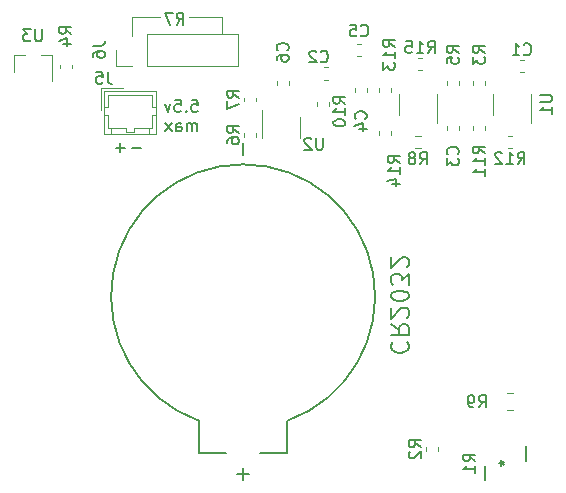
<source format=gbr>
%TF.GenerationSoftware,KiCad,Pcbnew,5.1.8-db9833491~87~ubuntu20.04.1*%
%TF.CreationDate,2020-11-29T21:19:56-07:00*%
%TF.ProjectId,smallcurrent,736d616c-6c63-4757-9272-656e742e6b69,rev?*%
%TF.SameCoordinates,Original*%
%TF.FileFunction,Legend,Bot*%
%TF.FilePolarity,Positive*%
%FSLAX46Y46*%
G04 Gerber Fmt 4.6, Leading zero omitted, Abs format (unit mm)*
G04 Created by KiCad (PCBNEW 5.1.8-db9833491~87~ubuntu20.04.1) date 2020-11-29 21:19:56*
%MOMM*%
%LPD*%
G01*
G04 APERTURE LIST*
%ADD10C,0.120000*%
%ADD11C,0.150000*%
%ADD12C,0.200000*%
%ADD13C,0.152400*%
%ADD14C,0.127000*%
G04 APERTURE END LIST*
D10*
X112600000Y-121000000D02*
X112600000Y-122600000D01*
X115000000Y-121000000D02*
X112600000Y-121000000D01*
X120200000Y-121000000D02*
X117400000Y-121000000D01*
X120200000Y-122400000D02*
X120200000Y-121000000D01*
D11*
X116366666Y-121652380D02*
X116700000Y-121176190D01*
X116938095Y-121652380D02*
X116938095Y-120652380D01*
X116557142Y-120652380D01*
X116461904Y-120700000D01*
X116414285Y-120747619D01*
X116366666Y-120842857D01*
X116366666Y-120985714D01*
X116414285Y-121080952D01*
X116461904Y-121128571D01*
X116557142Y-121176190D01*
X116938095Y-121176190D01*
X116033333Y-120652380D02*
X115366666Y-120652380D01*
X115795238Y-121652380D01*
X113380952Y-132071428D02*
X112619047Y-132071428D01*
X111980952Y-132071428D02*
X111219047Y-132071428D01*
X111600000Y-132452380D02*
X111600000Y-131690476D01*
X117657142Y-128027380D02*
X118133333Y-128027380D01*
X118180952Y-128503571D01*
X118133333Y-128455952D01*
X118038095Y-128408333D01*
X117800000Y-128408333D01*
X117704761Y-128455952D01*
X117657142Y-128503571D01*
X117609523Y-128598809D01*
X117609523Y-128836904D01*
X117657142Y-128932142D01*
X117704761Y-128979761D01*
X117800000Y-129027380D01*
X118038095Y-129027380D01*
X118133333Y-128979761D01*
X118180952Y-128932142D01*
X117180952Y-128932142D02*
X117133333Y-128979761D01*
X117180952Y-129027380D01*
X117228571Y-128979761D01*
X117180952Y-128932142D01*
X117180952Y-129027380D01*
X116228571Y-128027380D02*
X116704761Y-128027380D01*
X116752380Y-128503571D01*
X116704761Y-128455952D01*
X116609523Y-128408333D01*
X116371428Y-128408333D01*
X116276190Y-128455952D01*
X116228571Y-128503571D01*
X116180952Y-128598809D01*
X116180952Y-128836904D01*
X116228571Y-128932142D01*
X116276190Y-128979761D01*
X116371428Y-129027380D01*
X116609523Y-129027380D01*
X116704761Y-128979761D01*
X116752380Y-128932142D01*
X115847619Y-128360714D02*
X115609523Y-129027380D01*
X115371428Y-128360714D01*
X118085714Y-130677380D02*
X118085714Y-130010714D01*
X118085714Y-130105952D02*
X118038095Y-130058333D01*
X117942857Y-130010714D01*
X117800000Y-130010714D01*
X117704761Y-130058333D01*
X117657142Y-130153571D01*
X117657142Y-130677380D01*
X117657142Y-130153571D02*
X117609523Y-130058333D01*
X117514285Y-130010714D01*
X117371428Y-130010714D01*
X117276190Y-130058333D01*
X117228571Y-130153571D01*
X117228571Y-130677380D01*
X116323809Y-130677380D02*
X116323809Y-130153571D01*
X116371428Y-130058333D01*
X116466666Y-130010714D01*
X116657142Y-130010714D01*
X116752380Y-130058333D01*
X116323809Y-130629761D02*
X116419047Y-130677380D01*
X116657142Y-130677380D01*
X116752380Y-130629761D01*
X116800000Y-130534523D01*
X116800000Y-130439285D01*
X116752380Y-130344047D01*
X116657142Y-130296428D01*
X116419047Y-130296428D01*
X116323809Y-130248809D01*
X115942857Y-130677380D02*
X115419047Y-130010714D01*
X115942857Y-130010714D02*
X115419047Y-130677380D01*
D12*
X134664285Y-148542857D02*
X134592857Y-148614285D01*
X134521428Y-148828571D01*
X134521428Y-148971428D01*
X134592857Y-149185714D01*
X134735714Y-149328571D01*
X134878571Y-149400000D01*
X135164285Y-149471428D01*
X135378571Y-149471428D01*
X135664285Y-149400000D01*
X135807142Y-149328571D01*
X135950000Y-149185714D01*
X136021428Y-148971428D01*
X136021428Y-148828571D01*
X135950000Y-148614285D01*
X135878571Y-148542857D01*
X134521428Y-147042857D02*
X135235714Y-147542857D01*
X134521428Y-147900000D02*
X136021428Y-147900000D01*
X136021428Y-147328571D01*
X135950000Y-147185714D01*
X135878571Y-147114285D01*
X135735714Y-147042857D01*
X135521428Y-147042857D01*
X135378571Y-147114285D01*
X135307142Y-147185714D01*
X135235714Y-147328571D01*
X135235714Y-147900000D01*
X135878571Y-146471428D02*
X135950000Y-146400000D01*
X136021428Y-146257142D01*
X136021428Y-145900000D01*
X135950000Y-145757142D01*
X135878571Y-145685714D01*
X135735714Y-145614285D01*
X135592857Y-145614285D01*
X135378571Y-145685714D01*
X134521428Y-146542857D01*
X134521428Y-145614285D01*
X136021428Y-144685714D02*
X136021428Y-144542857D01*
X135950000Y-144400000D01*
X135878571Y-144328571D01*
X135735714Y-144257142D01*
X135450000Y-144185714D01*
X135092857Y-144185714D01*
X134807142Y-144257142D01*
X134664285Y-144328571D01*
X134592857Y-144400000D01*
X134521428Y-144542857D01*
X134521428Y-144685714D01*
X134592857Y-144828571D01*
X134664285Y-144900000D01*
X134807142Y-144971428D01*
X135092857Y-145042857D01*
X135450000Y-145042857D01*
X135735714Y-144971428D01*
X135878571Y-144900000D01*
X135950000Y-144828571D01*
X136021428Y-144685714D01*
X136021428Y-143685714D02*
X136021428Y-142757142D01*
X135450000Y-143257142D01*
X135450000Y-143042857D01*
X135378571Y-142900000D01*
X135307142Y-142828571D01*
X135164285Y-142757142D01*
X134807142Y-142757142D01*
X134664285Y-142828571D01*
X134592857Y-142900000D01*
X134521428Y-143042857D01*
X134521428Y-143471428D01*
X134592857Y-143614285D01*
X134664285Y-143685714D01*
X135878571Y-142185714D02*
X135950000Y-142114285D01*
X136021428Y-141971428D01*
X136021428Y-141614285D01*
X135950000Y-141471428D01*
X135878571Y-141400000D01*
X135735714Y-141328571D01*
X135592857Y-141328571D01*
X135378571Y-141400000D01*
X134521428Y-142257142D01*
X134521428Y-141328571D01*
D13*
%TO.C,R1*%
X145914500Y-157354740D02*
X145914500Y-158594260D01*
X142485500Y-160245260D02*
X142485500Y-159005740D01*
D10*
%TO.C,R8*%
X136562742Y-132122500D02*
X137037258Y-132122500D01*
X136562742Y-131077500D02*
X137037258Y-131077500D01*
D14*
%TO.C,BT1*%
X125750000Y-157890000D02*
X125750000Y-155195000D01*
X118250000Y-157890000D02*
X118250000Y-155195000D01*
X118250000Y-157890000D02*
X120530000Y-157890000D01*
X125750000Y-157890000D02*
X123470000Y-157890000D01*
X122000000Y-131700000D02*
X122000000Y-132700000D01*
X122000000Y-159200000D02*
X122000000Y-160200000D01*
X121500000Y-159700000D02*
X122500000Y-159700000D01*
X118250000Y-155195000D02*
G75*
G02*
X125750000Y-155195000I3750000J10530060D01*
G01*
D10*
%TO.C,U4*%
X135190000Y-129300000D02*
X135190000Y-127500000D01*
X138410000Y-127500000D02*
X138410000Y-129950000D01*
%TO.C,U3*%
X102620000Y-124240000D02*
X103550000Y-124240000D01*
X105780000Y-124240000D02*
X104850000Y-124240000D01*
X105780000Y-124240000D02*
X105780000Y-126400000D01*
X102620000Y-124240000D02*
X102620000Y-125700000D01*
%TO.C,U2*%
X126810000Y-129500000D02*
X126810000Y-131300000D01*
X123590000Y-131300000D02*
X123590000Y-128850000D01*
%TO.C,U1*%
X143190000Y-129300000D02*
X143190000Y-127500000D01*
X146410000Y-127500000D02*
X146410000Y-129950000D01*
%TO.C,R15*%
X136837221Y-125510000D02*
X137162779Y-125510000D01*
X136837221Y-124490000D02*
X137162779Y-124490000D01*
%TO.C,R14*%
X134510000Y-130962779D02*
X134510000Y-130637221D01*
X133490000Y-130962779D02*
X133490000Y-130637221D01*
%TO.C,R13*%
X134510000Y-127362779D02*
X134510000Y-127037221D01*
X133490000Y-127362779D02*
X133490000Y-127037221D01*
%TO.C,R12*%
X144762779Y-131090000D02*
X144437221Y-131090000D01*
X144762779Y-132110000D02*
X144437221Y-132110000D01*
%TO.C,R11*%
X142510000Y-130562779D02*
X142510000Y-130237221D01*
X141490000Y-130562779D02*
X141490000Y-130237221D01*
%TO.C,R10*%
X128290000Y-128237221D02*
X128290000Y-128562779D01*
X129310000Y-128237221D02*
X129310000Y-128562779D01*
%TO.C,R9*%
X144341422Y-154310000D02*
X144858578Y-154310000D01*
X144341422Y-152890000D02*
X144858578Y-152890000D01*
%TO.C,R7*%
X123110000Y-128162779D02*
X123110000Y-127837221D01*
X122090000Y-128162779D02*
X122090000Y-127837221D01*
%TO.C,R6*%
X123110000Y-131162779D02*
X123110000Y-130837221D01*
X122090000Y-131162779D02*
X122090000Y-130837221D01*
%TO.C,R5*%
X140310000Y-126762779D02*
X140310000Y-126437221D01*
X139290000Y-126762779D02*
X139290000Y-126437221D01*
%TO.C,R4*%
X107510000Y-125362779D02*
X107510000Y-125037221D01*
X106490000Y-125362779D02*
X106490000Y-125037221D01*
%TO.C,R3*%
X142510000Y-126762779D02*
X142510000Y-126437221D01*
X141490000Y-126762779D02*
X141490000Y-126437221D01*
%TO.C,R2*%
X138510000Y-157437221D02*
X138510000Y-157762779D01*
X137490000Y-157437221D02*
X137490000Y-157762779D01*
%TO.C,J6*%
X113870000Y-122470000D02*
X113870000Y-125130000D01*
X113870000Y-122470000D02*
X121550000Y-122470000D01*
X121550000Y-122470000D02*
X121550000Y-125130000D01*
X113870000Y-125130000D02*
X121550000Y-125130000D01*
X111270000Y-125130000D02*
X112600000Y-125130000D01*
X111270000Y-123800000D02*
X111270000Y-125130000D01*
%TO.C,J5*%
X112800000Y-130450000D02*
X114000000Y-130450000D01*
X112800000Y-130750000D02*
X112800000Y-130450000D01*
X112050000Y-130750000D02*
X112800000Y-130750000D01*
X112050000Y-130450000D02*
X112050000Y-130750000D01*
X110850000Y-130450000D02*
X112050000Y-130450000D01*
X114000000Y-130450000D02*
X114000000Y-130900000D01*
X114300000Y-130450000D02*
X114000000Y-130450000D01*
X114300000Y-129350000D02*
X114300000Y-130450000D01*
X114600000Y-129350000D02*
X114300000Y-129350000D01*
X110850000Y-130450000D02*
X110850000Y-130900000D01*
X110550000Y-130450000D02*
X110850000Y-130450000D01*
X110550000Y-129350000D02*
X110550000Y-130450000D01*
X110250000Y-129350000D02*
X110550000Y-129350000D01*
X114300000Y-128600000D02*
X114600000Y-128600000D01*
X114300000Y-127600000D02*
X114300000Y-128600000D01*
X110550000Y-127600000D02*
X114300000Y-127600000D01*
X110550000Y-128600000D02*
X110550000Y-127600000D01*
X110250000Y-128600000D02*
X110550000Y-128600000D01*
X109940000Y-126990000D02*
X111850000Y-126990000D01*
X109940000Y-128900000D02*
X109940000Y-126990000D01*
X114600000Y-130900000D02*
X110250000Y-130900000D01*
X114600000Y-127300000D02*
X114600000Y-130900000D01*
X110250000Y-127300000D02*
X114600000Y-127300000D01*
X110250000Y-130900000D02*
X110250000Y-127300000D01*
%TO.C,C6*%
X125910000Y-126762779D02*
X125910000Y-126437221D01*
X124890000Y-126762779D02*
X124890000Y-126437221D01*
%TO.C,C5*%
X131637221Y-124310000D02*
X131962779Y-124310000D01*
X131637221Y-123290000D02*
X131962779Y-123290000D01*
%TO.C,C4*%
X131490000Y-127037221D02*
X131490000Y-127362779D01*
X132510000Y-127037221D02*
X132510000Y-127362779D01*
%TO.C,C3*%
X139290000Y-130237221D02*
X139290000Y-130562779D01*
X140310000Y-130237221D02*
X140310000Y-130562779D01*
%TO.C,C2*%
X128837221Y-126310000D02*
X129162779Y-126310000D01*
X128837221Y-125290000D02*
X129162779Y-125290000D01*
%TO.C,C1*%
X145437221Y-125710000D02*
X145762779Y-125710000D01*
X145437221Y-124690000D02*
X145762779Y-124690000D01*
%TO.C,R1*%
D11*
X141652380Y-158633333D02*
X141176190Y-158300000D01*
X141652380Y-158061904D02*
X140652380Y-158061904D01*
X140652380Y-158442857D01*
X140700000Y-158538095D01*
X140747619Y-158585714D01*
X140842857Y-158633333D01*
X140985714Y-158633333D01*
X141080952Y-158585714D01*
X141128571Y-158538095D01*
X141176190Y-158442857D01*
X141176190Y-158061904D01*
X141652380Y-159585714D02*
X141652380Y-159014285D01*
X141652380Y-159300000D02*
X140652380Y-159300000D01*
X140795238Y-159204761D01*
X140890476Y-159109523D01*
X140938095Y-159014285D01*
X143652380Y-158800000D02*
X143890476Y-158800000D01*
X143795238Y-158561904D02*
X143890476Y-158800000D01*
X143795238Y-159038095D01*
X144080952Y-158657142D02*
X143890476Y-158800000D01*
X144080952Y-158942857D01*
%TO.C,R8*%
X136966666Y-133482380D02*
X137300000Y-133006190D01*
X137538095Y-133482380D02*
X137538095Y-132482380D01*
X137157142Y-132482380D01*
X137061904Y-132530000D01*
X137014285Y-132577619D01*
X136966666Y-132672857D01*
X136966666Y-132815714D01*
X137014285Y-132910952D01*
X137061904Y-132958571D01*
X137157142Y-133006190D01*
X137538095Y-133006190D01*
X136395238Y-132910952D02*
X136490476Y-132863333D01*
X136538095Y-132815714D01*
X136585714Y-132720476D01*
X136585714Y-132672857D01*
X136538095Y-132577619D01*
X136490476Y-132530000D01*
X136395238Y-132482380D01*
X136204761Y-132482380D01*
X136109523Y-132530000D01*
X136061904Y-132577619D01*
X136014285Y-132672857D01*
X136014285Y-132720476D01*
X136061904Y-132815714D01*
X136109523Y-132863333D01*
X136204761Y-132910952D01*
X136395238Y-132910952D01*
X136490476Y-132958571D01*
X136538095Y-133006190D01*
X136585714Y-133101428D01*
X136585714Y-133291904D01*
X136538095Y-133387142D01*
X136490476Y-133434761D01*
X136395238Y-133482380D01*
X136204761Y-133482380D01*
X136109523Y-133434761D01*
X136061904Y-133387142D01*
X136014285Y-133291904D01*
X136014285Y-133101428D01*
X136061904Y-133006190D01*
X136109523Y-132958571D01*
X136204761Y-132910952D01*
%TO.C,U3*%
X104961904Y-122052380D02*
X104961904Y-122861904D01*
X104914285Y-122957142D01*
X104866666Y-123004761D01*
X104771428Y-123052380D01*
X104580952Y-123052380D01*
X104485714Y-123004761D01*
X104438095Y-122957142D01*
X104390476Y-122861904D01*
X104390476Y-122052380D01*
X104009523Y-122052380D02*
X103390476Y-122052380D01*
X103723809Y-122433333D01*
X103580952Y-122433333D01*
X103485714Y-122480952D01*
X103438095Y-122528571D01*
X103390476Y-122623809D01*
X103390476Y-122861904D01*
X103438095Y-122957142D01*
X103485714Y-123004761D01*
X103580952Y-123052380D01*
X103866666Y-123052380D01*
X103961904Y-123004761D01*
X104009523Y-122957142D01*
%TO.C,U2*%
X128761904Y-131252380D02*
X128761904Y-132061904D01*
X128714285Y-132157142D01*
X128666666Y-132204761D01*
X128571428Y-132252380D01*
X128380952Y-132252380D01*
X128285714Y-132204761D01*
X128238095Y-132157142D01*
X128190476Y-132061904D01*
X128190476Y-131252380D01*
X127761904Y-131347619D02*
X127714285Y-131300000D01*
X127619047Y-131252380D01*
X127380952Y-131252380D01*
X127285714Y-131300000D01*
X127238095Y-131347619D01*
X127190476Y-131442857D01*
X127190476Y-131538095D01*
X127238095Y-131680952D01*
X127809523Y-132252380D01*
X127190476Y-132252380D01*
%TO.C,U1*%
X147152380Y-127638095D02*
X147961904Y-127638095D01*
X148057142Y-127685714D01*
X148104761Y-127733333D01*
X148152380Y-127828571D01*
X148152380Y-128019047D01*
X148104761Y-128114285D01*
X148057142Y-128161904D01*
X147961904Y-128209523D01*
X147152380Y-128209523D01*
X148152380Y-129209523D02*
X148152380Y-128638095D01*
X148152380Y-128923809D02*
X147152380Y-128923809D01*
X147295238Y-128828571D01*
X147390476Y-128733333D01*
X147438095Y-128638095D01*
%TO.C,R15*%
X137642857Y-124052380D02*
X137976190Y-123576190D01*
X138214285Y-124052380D02*
X138214285Y-123052380D01*
X137833333Y-123052380D01*
X137738095Y-123100000D01*
X137690476Y-123147619D01*
X137642857Y-123242857D01*
X137642857Y-123385714D01*
X137690476Y-123480952D01*
X137738095Y-123528571D01*
X137833333Y-123576190D01*
X138214285Y-123576190D01*
X136690476Y-124052380D02*
X137261904Y-124052380D01*
X136976190Y-124052380D02*
X136976190Y-123052380D01*
X137071428Y-123195238D01*
X137166666Y-123290476D01*
X137261904Y-123338095D01*
X135785714Y-123052380D02*
X136261904Y-123052380D01*
X136309523Y-123528571D01*
X136261904Y-123480952D01*
X136166666Y-123433333D01*
X135928571Y-123433333D01*
X135833333Y-123480952D01*
X135785714Y-123528571D01*
X135738095Y-123623809D01*
X135738095Y-123861904D01*
X135785714Y-123957142D01*
X135833333Y-124004761D01*
X135928571Y-124052380D01*
X136166666Y-124052380D01*
X136261904Y-124004761D01*
X136309523Y-123957142D01*
%TO.C,R14*%
X135252380Y-133357142D02*
X134776190Y-133023809D01*
X135252380Y-132785714D02*
X134252380Y-132785714D01*
X134252380Y-133166666D01*
X134300000Y-133261904D01*
X134347619Y-133309523D01*
X134442857Y-133357142D01*
X134585714Y-133357142D01*
X134680952Y-133309523D01*
X134728571Y-133261904D01*
X134776190Y-133166666D01*
X134776190Y-132785714D01*
X135252380Y-134309523D02*
X135252380Y-133738095D01*
X135252380Y-134023809D02*
X134252380Y-134023809D01*
X134395238Y-133928571D01*
X134490476Y-133833333D01*
X134538095Y-133738095D01*
X134585714Y-135166666D02*
X135252380Y-135166666D01*
X134204761Y-134928571D02*
X134919047Y-134690476D01*
X134919047Y-135309523D01*
%TO.C,R13*%
X134852380Y-123557142D02*
X134376190Y-123223809D01*
X134852380Y-122985714D02*
X133852380Y-122985714D01*
X133852380Y-123366666D01*
X133900000Y-123461904D01*
X133947619Y-123509523D01*
X134042857Y-123557142D01*
X134185714Y-123557142D01*
X134280952Y-123509523D01*
X134328571Y-123461904D01*
X134376190Y-123366666D01*
X134376190Y-122985714D01*
X134852380Y-124509523D02*
X134852380Y-123938095D01*
X134852380Y-124223809D02*
X133852380Y-124223809D01*
X133995238Y-124128571D01*
X134090476Y-124033333D01*
X134138095Y-123938095D01*
X133852380Y-124842857D02*
X133852380Y-125461904D01*
X134233333Y-125128571D01*
X134233333Y-125271428D01*
X134280952Y-125366666D01*
X134328571Y-125414285D01*
X134423809Y-125461904D01*
X134661904Y-125461904D01*
X134757142Y-125414285D01*
X134804761Y-125366666D01*
X134852380Y-125271428D01*
X134852380Y-124985714D01*
X134804761Y-124890476D01*
X134757142Y-124842857D01*
%TO.C,R12*%
X145242857Y-133452380D02*
X145576190Y-132976190D01*
X145814285Y-133452380D02*
X145814285Y-132452380D01*
X145433333Y-132452380D01*
X145338095Y-132500000D01*
X145290476Y-132547619D01*
X145242857Y-132642857D01*
X145242857Y-132785714D01*
X145290476Y-132880952D01*
X145338095Y-132928571D01*
X145433333Y-132976190D01*
X145814285Y-132976190D01*
X144290476Y-133452380D02*
X144861904Y-133452380D01*
X144576190Y-133452380D02*
X144576190Y-132452380D01*
X144671428Y-132595238D01*
X144766666Y-132690476D01*
X144861904Y-132738095D01*
X143909523Y-132547619D02*
X143861904Y-132500000D01*
X143766666Y-132452380D01*
X143528571Y-132452380D01*
X143433333Y-132500000D01*
X143385714Y-132547619D01*
X143338095Y-132642857D01*
X143338095Y-132738095D01*
X143385714Y-132880952D01*
X143957142Y-133452380D01*
X143338095Y-133452380D01*
%TO.C,R11*%
X142452380Y-132557142D02*
X141976190Y-132223809D01*
X142452380Y-131985714D02*
X141452380Y-131985714D01*
X141452380Y-132366666D01*
X141500000Y-132461904D01*
X141547619Y-132509523D01*
X141642857Y-132557142D01*
X141785714Y-132557142D01*
X141880952Y-132509523D01*
X141928571Y-132461904D01*
X141976190Y-132366666D01*
X141976190Y-131985714D01*
X142452380Y-133509523D02*
X142452380Y-132938095D01*
X142452380Y-133223809D02*
X141452380Y-133223809D01*
X141595238Y-133128571D01*
X141690476Y-133033333D01*
X141738095Y-132938095D01*
X142452380Y-134461904D02*
X142452380Y-133890476D01*
X142452380Y-134176190D02*
X141452380Y-134176190D01*
X141595238Y-134080952D01*
X141690476Y-133985714D01*
X141738095Y-133890476D01*
%TO.C,R10*%
X130652380Y-128357142D02*
X130176190Y-128023809D01*
X130652380Y-127785714D02*
X129652380Y-127785714D01*
X129652380Y-128166666D01*
X129700000Y-128261904D01*
X129747619Y-128309523D01*
X129842857Y-128357142D01*
X129985714Y-128357142D01*
X130080952Y-128309523D01*
X130128571Y-128261904D01*
X130176190Y-128166666D01*
X130176190Y-127785714D01*
X130652380Y-129309523D02*
X130652380Y-128738095D01*
X130652380Y-129023809D02*
X129652380Y-129023809D01*
X129795238Y-128928571D01*
X129890476Y-128833333D01*
X129938095Y-128738095D01*
X129652380Y-129928571D02*
X129652380Y-130023809D01*
X129700000Y-130119047D01*
X129747619Y-130166666D01*
X129842857Y-130214285D01*
X130033333Y-130261904D01*
X130271428Y-130261904D01*
X130461904Y-130214285D01*
X130557142Y-130166666D01*
X130604761Y-130119047D01*
X130652380Y-130023809D01*
X130652380Y-129928571D01*
X130604761Y-129833333D01*
X130557142Y-129785714D01*
X130461904Y-129738095D01*
X130271428Y-129690476D01*
X130033333Y-129690476D01*
X129842857Y-129738095D01*
X129747619Y-129785714D01*
X129700000Y-129833333D01*
X129652380Y-129928571D01*
%TO.C,R9*%
X141966666Y-154052380D02*
X142300000Y-153576190D01*
X142538095Y-154052380D02*
X142538095Y-153052380D01*
X142157142Y-153052380D01*
X142061904Y-153100000D01*
X142014285Y-153147619D01*
X141966666Y-153242857D01*
X141966666Y-153385714D01*
X142014285Y-153480952D01*
X142061904Y-153528571D01*
X142157142Y-153576190D01*
X142538095Y-153576190D01*
X141490476Y-154052380D02*
X141300000Y-154052380D01*
X141204761Y-154004761D01*
X141157142Y-153957142D01*
X141061904Y-153814285D01*
X141014285Y-153623809D01*
X141014285Y-153242857D01*
X141061904Y-153147619D01*
X141109523Y-153100000D01*
X141204761Y-153052380D01*
X141395238Y-153052380D01*
X141490476Y-153100000D01*
X141538095Y-153147619D01*
X141585714Y-153242857D01*
X141585714Y-153480952D01*
X141538095Y-153576190D01*
X141490476Y-153623809D01*
X141395238Y-153671428D01*
X141204761Y-153671428D01*
X141109523Y-153623809D01*
X141061904Y-153576190D01*
X141014285Y-153480952D01*
%TO.C,R7*%
X121652380Y-127833333D02*
X121176190Y-127500000D01*
X121652380Y-127261904D02*
X120652380Y-127261904D01*
X120652380Y-127642857D01*
X120700000Y-127738095D01*
X120747619Y-127785714D01*
X120842857Y-127833333D01*
X120985714Y-127833333D01*
X121080952Y-127785714D01*
X121128571Y-127738095D01*
X121176190Y-127642857D01*
X121176190Y-127261904D01*
X120652380Y-128166666D02*
X120652380Y-128833333D01*
X121652380Y-128404761D01*
%TO.C,R6*%
X121652380Y-130833333D02*
X121176190Y-130500000D01*
X121652380Y-130261904D02*
X120652380Y-130261904D01*
X120652380Y-130642857D01*
X120700000Y-130738095D01*
X120747619Y-130785714D01*
X120842857Y-130833333D01*
X120985714Y-130833333D01*
X121080952Y-130785714D01*
X121128571Y-130738095D01*
X121176190Y-130642857D01*
X121176190Y-130261904D01*
X120652380Y-131690476D02*
X120652380Y-131500000D01*
X120700000Y-131404761D01*
X120747619Y-131357142D01*
X120890476Y-131261904D01*
X121080952Y-131214285D01*
X121461904Y-131214285D01*
X121557142Y-131261904D01*
X121604761Y-131309523D01*
X121652380Y-131404761D01*
X121652380Y-131595238D01*
X121604761Y-131690476D01*
X121557142Y-131738095D01*
X121461904Y-131785714D01*
X121223809Y-131785714D01*
X121128571Y-131738095D01*
X121080952Y-131690476D01*
X121033333Y-131595238D01*
X121033333Y-131404761D01*
X121080952Y-131309523D01*
X121128571Y-131261904D01*
X121223809Y-131214285D01*
%TO.C,R5*%
X140252380Y-124033333D02*
X139776190Y-123700000D01*
X140252380Y-123461904D02*
X139252380Y-123461904D01*
X139252380Y-123842857D01*
X139300000Y-123938095D01*
X139347619Y-123985714D01*
X139442857Y-124033333D01*
X139585714Y-124033333D01*
X139680952Y-123985714D01*
X139728571Y-123938095D01*
X139776190Y-123842857D01*
X139776190Y-123461904D01*
X139252380Y-124938095D02*
X139252380Y-124461904D01*
X139728571Y-124414285D01*
X139680952Y-124461904D01*
X139633333Y-124557142D01*
X139633333Y-124795238D01*
X139680952Y-124890476D01*
X139728571Y-124938095D01*
X139823809Y-124985714D01*
X140061904Y-124985714D01*
X140157142Y-124938095D01*
X140204761Y-124890476D01*
X140252380Y-124795238D01*
X140252380Y-124557142D01*
X140204761Y-124461904D01*
X140157142Y-124414285D01*
%TO.C,R4*%
X107452380Y-122433333D02*
X106976190Y-122100000D01*
X107452380Y-121861904D02*
X106452380Y-121861904D01*
X106452380Y-122242857D01*
X106500000Y-122338095D01*
X106547619Y-122385714D01*
X106642857Y-122433333D01*
X106785714Y-122433333D01*
X106880952Y-122385714D01*
X106928571Y-122338095D01*
X106976190Y-122242857D01*
X106976190Y-121861904D01*
X106785714Y-123290476D02*
X107452380Y-123290476D01*
X106404761Y-123052380D02*
X107119047Y-122814285D01*
X107119047Y-123433333D01*
%TO.C,R3*%
X142452380Y-124033333D02*
X141976190Y-123700000D01*
X142452380Y-123461904D02*
X141452380Y-123461904D01*
X141452380Y-123842857D01*
X141500000Y-123938095D01*
X141547619Y-123985714D01*
X141642857Y-124033333D01*
X141785714Y-124033333D01*
X141880952Y-123985714D01*
X141928571Y-123938095D01*
X141976190Y-123842857D01*
X141976190Y-123461904D01*
X141452380Y-124366666D02*
X141452380Y-124985714D01*
X141833333Y-124652380D01*
X141833333Y-124795238D01*
X141880952Y-124890476D01*
X141928571Y-124938095D01*
X142023809Y-124985714D01*
X142261904Y-124985714D01*
X142357142Y-124938095D01*
X142404761Y-124890476D01*
X142452380Y-124795238D01*
X142452380Y-124509523D01*
X142404761Y-124414285D01*
X142357142Y-124366666D01*
%TO.C,R2*%
X137022380Y-157433333D02*
X136546190Y-157100000D01*
X137022380Y-156861904D02*
X136022380Y-156861904D01*
X136022380Y-157242857D01*
X136070000Y-157338095D01*
X136117619Y-157385714D01*
X136212857Y-157433333D01*
X136355714Y-157433333D01*
X136450952Y-157385714D01*
X136498571Y-157338095D01*
X136546190Y-157242857D01*
X136546190Y-156861904D01*
X136117619Y-157814285D02*
X136070000Y-157861904D01*
X136022380Y-157957142D01*
X136022380Y-158195238D01*
X136070000Y-158290476D01*
X136117619Y-158338095D01*
X136212857Y-158385714D01*
X136308095Y-158385714D01*
X136450952Y-158338095D01*
X137022380Y-157766666D01*
X137022380Y-158385714D01*
%TO.C,J6*%
X109282380Y-123466666D02*
X109996666Y-123466666D01*
X110139523Y-123419047D01*
X110234761Y-123323809D01*
X110282380Y-123180952D01*
X110282380Y-123085714D01*
X109282380Y-124371428D02*
X109282380Y-124180952D01*
X109330000Y-124085714D01*
X109377619Y-124038095D01*
X109520476Y-123942857D01*
X109710952Y-123895238D01*
X110091904Y-123895238D01*
X110187142Y-123942857D01*
X110234761Y-123990476D01*
X110282380Y-124085714D01*
X110282380Y-124276190D01*
X110234761Y-124371428D01*
X110187142Y-124419047D01*
X110091904Y-124466666D01*
X109853809Y-124466666D01*
X109758571Y-124419047D01*
X109710952Y-124371428D01*
X109663333Y-124276190D01*
X109663333Y-124085714D01*
X109710952Y-123990476D01*
X109758571Y-123942857D01*
X109853809Y-123895238D01*
%TO.C,J5*%
X110533333Y-125652380D02*
X110533333Y-126366666D01*
X110580952Y-126509523D01*
X110676190Y-126604761D01*
X110819047Y-126652380D01*
X110914285Y-126652380D01*
X109580952Y-125652380D02*
X110057142Y-125652380D01*
X110104761Y-126128571D01*
X110057142Y-126080952D01*
X109961904Y-126033333D01*
X109723809Y-126033333D01*
X109628571Y-126080952D01*
X109580952Y-126128571D01*
X109533333Y-126223809D01*
X109533333Y-126461904D01*
X109580952Y-126557142D01*
X109628571Y-126604761D01*
X109723809Y-126652380D01*
X109961904Y-126652380D01*
X110057142Y-126604761D01*
X110104761Y-126557142D01*
%TO.C,C6*%
X125757142Y-123833333D02*
X125804761Y-123785714D01*
X125852380Y-123642857D01*
X125852380Y-123547619D01*
X125804761Y-123404761D01*
X125709523Y-123309523D01*
X125614285Y-123261904D01*
X125423809Y-123214285D01*
X125280952Y-123214285D01*
X125090476Y-123261904D01*
X124995238Y-123309523D01*
X124900000Y-123404761D01*
X124852380Y-123547619D01*
X124852380Y-123642857D01*
X124900000Y-123785714D01*
X124947619Y-123833333D01*
X124852380Y-124690476D02*
X124852380Y-124500000D01*
X124900000Y-124404761D01*
X124947619Y-124357142D01*
X125090476Y-124261904D01*
X125280952Y-124214285D01*
X125661904Y-124214285D01*
X125757142Y-124261904D01*
X125804761Y-124309523D01*
X125852380Y-124404761D01*
X125852380Y-124595238D01*
X125804761Y-124690476D01*
X125757142Y-124738095D01*
X125661904Y-124785714D01*
X125423809Y-124785714D01*
X125328571Y-124738095D01*
X125280952Y-124690476D01*
X125233333Y-124595238D01*
X125233333Y-124404761D01*
X125280952Y-124309523D01*
X125328571Y-124261904D01*
X125423809Y-124214285D01*
%TO.C,C5*%
X131966666Y-122557142D02*
X132014285Y-122604761D01*
X132157142Y-122652380D01*
X132252380Y-122652380D01*
X132395238Y-122604761D01*
X132490476Y-122509523D01*
X132538095Y-122414285D01*
X132585714Y-122223809D01*
X132585714Y-122080952D01*
X132538095Y-121890476D01*
X132490476Y-121795238D01*
X132395238Y-121700000D01*
X132252380Y-121652380D01*
X132157142Y-121652380D01*
X132014285Y-121700000D01*
X131966666Y-121747619D01*
X131061904Y-121652380D02*
X131538095Y-121652380D01*
X131585714Y-122128571D01*
X131538095Y-122080952D01*
X131442857Y-122033333D01*
X131204761Y-122033333D01*
X131109523Y-122080952D01*
X131061904Y-122128571D01*
X131014285Y-122223809D01*
X131014285Y-122461904D01*
X131061904Y-122557142D01*
X131109523Y-122604761D01*
X131204761Y-122652380D01*
X131442857Y-122652380D01*
X131538095Y-122604761D01*
X131585714Y-122557142D01*
%TO.C,C4*%
X132357142Y-129633333D02*
X132404761Y-129585714D01*
X132452380Y-129442857D01*
X132452380Y-129347619D01*
X132404761Y-129204761D01*
X132309523Y-129109523D01*
X132214285Y-129061904D01*
X132023809Y-129014285D01*
X131880952Y-129014285D01*
X131690476Y-129061904D01*
X131595238Y-129109523D01*
X131500000Y-129204761D01*
X131452380Y-129347619D01*
X131452380Y-129442857D01*
X131500000Y-129585714D01*
X131547619Y-129633333D01*
X131785714Y-130490476D02*
X132452380Y-130490476D01*
X131404761Y-130252380D02*
X132119047Y-130014285D01*
X132119047Y-130633333D01*
%TO.C,C3*%
X140157142Y-132633333D02*
X140204761Y-132585714D01*
X140252380Y-132442857D01*
X140252380Y-132347619D01*
X140204761Y-132204761D01*
X140109523Y-132109523D01*
X140014285Y-132061904D01*
X139823809Y-132014285D01*
X139680952Y-132014285D01*
X139490476Y-132061904D01*
X139395238Y-132109523D01*
X139300000Y-132204761D01*
X139252380Y-132347619D01*
X139252380Y-132442857D01*
X139300000Y-132585714D01*
X139347619Y-132633333D01*
X139252380Y-132966666D02*
X139252380Y-133585714D01*
X139633333Y-133252380D01*
X139633333Y-133395238D01*
X139680952Y-133490476D01*
X139728571Y-133538095D01*
X139823809Y-133585714D01*
X140061904Y-133585714D01*
X140157142Y-133538095D01*
X140204761Y-133490476D01*
X140252380Y-133395238D01*
X140252380Y-133109523D01*
X140204761Y-133014285D01*
X140157142Y-132966666D01*
%TO.C,C2*%
X128566666Y-124757142D02*
X128614285Y-124804761D01*
X128757142Y-124852380D01*
X128852380Y-124852380D01*
X128995238Y-124804761D01*
X129090476Y-124709523D01*
X129138095Y-124614285D01*
X129185714Y-124423809D01*
X129185714Y-124280952D01*
X129138095Y-124090476D01*
X129090476Y-123995238D01*
X128995238Y-123900000D01*
X128852380Y-123852380D01*
X128757142Y-123852380D01*
X128614285Y-123900000D01*
X128566666Y-123947619D01*
X128185714Y-123947619D02*
X128138095Y-123900000D01*
X128042857Y-123852380D01*
X127804761Y-123852380D01*
X127709523Y-123900000D01*
X127661904Y-123947619D01*
X127614285Y-124042857D01*
X127614285Y-124138095D01*
X127661904Y-124280952D01*
X128233333Y-124852380D01*
X127614285Y-124852380D01*
%TO.C,C1*%
X145766666Y-124157142D02*
X145814285Y-124204761D01*
X145957142Y-124252380D01*
X146052380Y-124252380D01*
X146195238Y-124204761D01*
X146290476Y-124109523D01*
X146338095Y-124014285D01*
X146385714Y-123823809D01*
X146385714Y-123680952D01*
X146338095Y-123490476D01*
X146290476Y-123395238D01*
X146195238Y-123300000D01*
X146052380Y-123252380D01*
X145957142Y-123252380D01*
X145814285Y-123300000D01*
X145766666Y-123347619D01*
X144814285Y-124252380D02*
X145385714Y-124252380D01*
X145100000Y-124252380D02*
X145100000Y-123252380D01*
X145195238Y-123395238D01*
X145290476Y-123490476D01*
X145385714Y-123538095D01*
%TD*%
M02*

</source>
